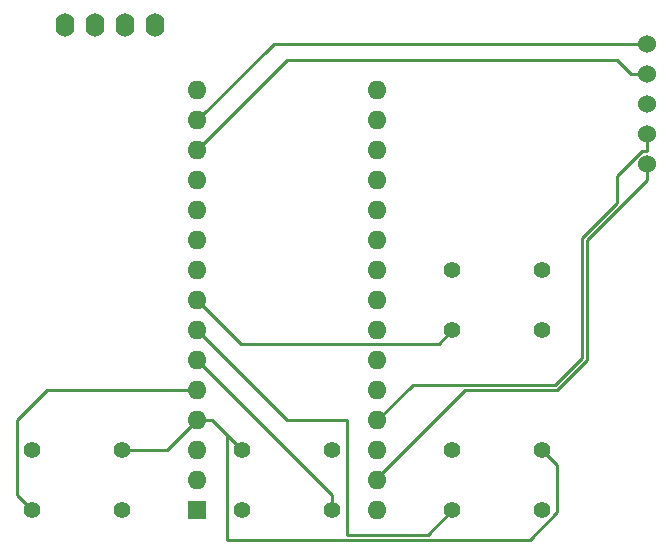
<source format=gbr>
%TF.GenerationSoftware,KiCad,Pcbnew,7.0.9*%
%TF.CreationDate,2023-12-01T18:07:20+01:00*%
%TF.ProjectId,MusicControllerPCB,4d757369-6343-46f6-9e74-726f6c6c6572,rev?*%
%TF.SameCoordinates,Original*%
%TF.FileFunction,Copper,L1,Top*%
%TF.FilePolarity,Positive*%
%FSLAX46Y46*%
G04 Gerber Fmt 4.6, Leading zero omitted, Abs format (unit mm)*
G04 Created by KiCad (PCBNEW 7.0.9) date 2023-12-01 18:07:20*
%MOMM*%
%LPD*%
G01*
G04 APERTURE LIST*
%TA.AperFunction,ComponentPad*%
%ADD10O,1.600000X2.000000*%
%TD*%
%TA.AperFunction,ComponentPad*%
%ADD11C,1.397000*%
%TD*%
%TA.AperFunction,ComponentPad*%
%ADD12C,1.524000*%
%TD*%
%TA.AperFunction,ComponentPad*%
%ADD13R,1.600000X1.600000*%
%TD*%
%TA.AperFunction,ComponentPad*%
%ADD14O,1.600000X1.600000*%
%TD*%
%TA.AperFunction,Conductor*%
%ADD15C,0.250000*%
%TD*%
G04 APERTURE END LIST*
D10*
%TO.P,Brd1,1,GND*%
%TO.N,Net-(A1-+5V)*%
X62420000Y-63060000D03*
%TO.P,Brd1,2,VCC*%
%TO.N,Net-(A1-A5)*%
X64960000Y-63060000D03*
%TO.P,Brd1,3,SCL*%
X67500000Y-63060000D03*
%TO.P,Brd1,4,SDA*%
X70040000Y-63060000D03*
%TD*%
D11*
%TO.P,SW3,1,1*%
%TO.N,Net-(A1-+5V)*%
X95250000Y-99060000D03*
X102870000Y-99060000D03*
%TO.P,SW3,2,2*%
%TO.N,Net-(A1-D4)*%
X95250000Y-104140000D03*
X102870000Y-104140000D03*
%TD*%
%TO.P,SW1,1,1*%
%TO.N,Net-(A1-+5V)*%
X59690000Y-99060000D03*
X67310000Y-99060000D03*
%TO.P,SW1,2,2*%
%TO.N,Net-(A1-D2)*%
X59690000Y-104140000D03*
X67310000Y-104140000D03*
%TD*%
%TO.P,SW2,1,1*%
%TO.N,Net-(A1-+5V)*%
X77470000Y-99060000D03*
X85090000Y-99060000D03*
%TO.P,SW2,2,2*%
%TO.N,Net-(A1-D3)*%
X77470000Y-104140000D03*
X85090000Y-104140000D03*
%TD*%
%TO.P,SW4,1,1*%
%TO.N,Net-(A1-+5V)*%
X95250000Y-83820000D03*
X102870000Y-83820000D03*
%TO.P,SW4,2,2*%
%TO.N,Net-(A1-D5)*%
X95250000Y-88900000D03*
X102870000Y-88900000D03*
%TD*%
D12*
%TO.P,RotaryEncoder1,1,CLK*%
%TO.N,Net-(A1-D11)*%
X111760000Y-64660000D03*
%TO.P,RotaryEncoder1,2,DT*%
%TO.N,Net-(A1-D10)*%
X111760000Y-67200000D03*
%TO.P,RotaryEncoder1,3,SW*%
%TO.N,unconnected-(RotaryEncoder1-SW-Pad3)*%
X111760000Y-69740000D03*
%TO.P,RotaryEncoder1,4,+*%
%TO.N,Net-(A1-A5)*%
X111760000Y-72280000D03*
%TO.P,RotaryEncoder1,5,GND*%
%TO.N,Net-(RotaryEncoder1-GND)*%
X111760000Y-74820000D03*
%TD*%
D13*
%TO.P,A1,1,D1/TX*%
%TO.N,unconnected-(A1-D1{slash}TX-Pad1)*%
X73660000Y-104140000D03*
D14*
%TO.P,A1,2,D0/RX*%
%TO.N,unconnected-(A1-D0{slash}RX-Pad2)*%
X73660000Y-101600000D03*
%TO.P,A1,3,~{RESET}*%
%TO.N,unconnected-(A1-~{RESET}-Pad3)*%
X73660000Y-99060000D03*
%TO.P,A1,4,GND*%
%TO.N,Net-(A1-+5V)*%
X73660000Y-96520000D03*
%TO.P,A1,5,D2*%
%TO.N,Net-(A1-D2)*%
X73660000Y-93980000D03*
%TO.P,A1,6,D3*%
%TO.N,Net-(A1-D3)*%
X73660000Y-91440000D03*
%TO.P,A1,7,D4*%
%TO.N,Net-(A1-D4)*%
X73660000Y-88900000D03*
%TO.P,A1,8,D5*%
%TO.N,Net-(A1-D5)*%
X73660000Y-86360000D03*
%TO.P,A1,9,D6*%
%TO.N,unconnected-(A1-D6-Pad9)*%
X73660000Y-83820000D03*
%TO.P,A1,10,D7*%
%TO.N,unconnected-(A1-D7-Pad10)*%
X73660000Y-81280000D03*
%TO.P,A1,11,D8*%
%TO.N,unconnected-(A1-D8-Pad11)*%
X73660000Y-78740000D03*
%TO.P,A1,12,D9*%
%TO.N,unconnected-(A1-D9-Pad12)*%
X73660000Y-76200000D03*
%TO.P,A1,13,D10*%
%TO.N,Net-(A1-D10)*%
X73660000Y-73660000D03*
%TO.P,A1,14,D11*%
%TO.N,Net-(A1-D11)*%
X73660000Y-71120000D03*
%TO.P,A1,15,D12*%
%TO.N,unconnected-(A1-D12-Pad15)*%
X73660000Y-68580000D03*
%TO.P,A1,16,D13*%
%TO.N,unconnected-(A1-D13-Pad16)*%
X88900000Y-68580000D03*
%TO.P,A1,17,3V3*%
%TO.N,unconnected-(A1-3V3-Pad17)*%
X88900000Y-71120000D03*
%TO.P,A1,18,AREF*%
%TO.N,unconnected-(A1-AREF-Pad18)*%
X88900000Y-73660000D03*
%TO.P,A1,19,A0*%
%TO.N,unconnected-(A1-A0-Pad19)*%
X88900000Y-76200000D03*
%TO.P,A1,20,A1*%
%TO.N,unconnected-(A1-A1-Pad20)*%
X88900000Y-78740000D03*
%TO.P,A1,21,A2*%
%TO.N,unconnected-(A1-A2-Pad21)*%
X88900000Y-81280000D03*
%TO.P,A1,22,A3*%
%TO.N,unconnected-(A1-A3-Pad22)*%
X88900000Y-83820000D03*
%TO.P,A1,23,A4*%
%TO.N,Net-(A1-A5)*%
X88900000Y-86360000D03*
%TO.P,A1,24,A5*%
X88900000Y-88900000D03*
%TO.P,A1,25,A6*%
%TO.N,unconnected-(A1-A6-Pad25)*%
X88900000Y-91440000D03*
%TO.P,A1,26,A7*%
%TO.N,unconnected-(A1-A7-Pad26)*%
X88900000Y-93980000D03*
%TO.P,A1,27,+5V*%
%TO.N,Net-(A1-A5)*%
X88900000Y-96520000D03*
%TO.P,A1,28,~{RESET}*%
%TO.N,unconnected-(A1-~{RESET}-Pad28)*%
X88900000Y-99060000D03*
%TO.P,A1,29,GND*%
%TO.N,Net-(RotaryEncoder1-GND)*%
X88900000Y-101600000D03*
%TO.P,A1,30,VIN*%
%TO.N,unconnected-(A1-VIN-Pad30)*%
X88900000Y-104140000D03*
%TD*%
D15*
%TO.N,Net-(A1-A5)*%
X111760000Y-72280000D02*
X111760000Y-73733000D01*
X111760000Y-73733000D02*
X111309749Y-73733000D01*
X103953604Y-93530000D02*
X91890000Y-93530000D01*
X111309749Y-73733000D02*
X109220000Y-75822749D01*
X109220000Y-75822749D02*
X109220000Y-78103604D01*
X109220000Y-78103604D02*
X106230000Y-81093604D01*
X106230000Y-81093604D02*
X106230000Y-91253604D01*
X106230000Y-91253604D02*
X103953604Y-93530000D01*
X91890000Y-93530000D02*
X88900000Y-96520000D01*
%TO.N,Net-(RotaryEncoder1-GND)*%
X96342552Y-93980000D02*
X88900000Y-101422552D01*
X104140000Y-93980000D02*
X96342552Y-93980000D01*
X88900000Y-101422552D02*
X88900000Y-101600000D01*
X106680000Y-81280000D02*
X106680000Y-91440000D01*
X106680000Y-91440000D02*
X104140000Y-93980000D01*
X111760000Y-76200000D02*
X106680000Y-81280000D01*
X111760000Y-74820000D02*
X111760000Y-76200000D01*
%TO.N,Net-(A1-D4)*%
X81280000Y-96520000D02*
X73660000Y-88900000D01*
X86360000Y-96520000D02*
X81280000Y-96520000D01*
X93160000Y-106230000D02*
X86360000Y-106230000D01*
X86360000Y-106230000D02*
X86360000Y-96520000D01*
X95250000Y-104140000D02*
X93160000Y-106230000D01*
%TO.N,Net-(A1-+5V)*%
X76200000Y-106680000D02*
X76200000Y-97790000D01*
X76200000Y-97790000D02*
X75565000Y-97155000D01*
X104140000Y-104317448D02*
X101777448Y-106680000D01*
X101777448Y-106680000D02*
X76200000Y-106680000D01*
X104140000Y-100330000D02*
X104140000Y-104317448D01*
X102870000Y-99060000D02*
X104140000Y-100330000D01*
%TO.N,Net-(A1-D2)*%
X58420000Y-96520000D02*
X60960000Y-93980000D01*
X58420000Y-102870000D02*
X58420000Y-96520000D01*
X60960000Y-93980000D02*
X73660000Y-93980000D01*
X59690000Y-104140000D02*
X58420000Y-102870000D01*
%TO.N,Net-(A1-D3)*%
X85090000Y-102870000D02*
X73660000Y-91440000D01*
X85090000Y-104140000D02*
X85090000Y-102870000D01*
%TO.N,Net-(A1-D5)*%
X77325000Y-90025000D02*
X73660000Y-86360000D01*
X95250000Y-88900000D02*
X94125000Y-90025000D01*
X94125000Y-90025000D02*
X77325000Y-90025000D01*
%TO.N,Net-(A1-D10)*%
X111760000Y-67200000D02*
X110380000Y-67200000D01*
X81280000Y-66040000D02*
X73660000Y-73660000D01*
X110380000Y-67200000D02*
X109220000Y-66040000D01*
X109220000Y-66040000D02*
X81280000Y-66040000D01*
%TO.N,Net-(A1-D11)*%
X111760000Y-64660000D02*
X80120000Y-64660000D01*
X80120000Y-64660000D02*
X73660000Y-71120000D01*
%TO.N,Net-(A1-+5V)*%
X67310000Y-99060000D02*
X71120000Y-99060000D01*
X75565000Y-97155000D02*
X74930000Y-96520000D01*
X77470000Y-99060000D02*
X75565000Y-97155000D01*
X71120000Y-99060000D02*
X73660000Y-96520000D01*
X74930000Y-96520000D02*
X73660000Y-96520000D01*
%TD*%
M02*

</source>
